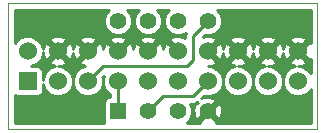
<source format=gtl>
G04 (created by PCBNEW (2013-07-07 BZR 4022)-stable) date 7/10/2015 1:05:57 PM*
%MOIN*%
G04 Gerber Fmt 3.4, Leading zero omitted, Abs format*
%FSLAX34Y34*%
G01*
G70*
G90*
G04 APERTURE LIST*
%ADD10C,0.00590551*%
%ADD11C,0.00393701*%
%ADD12R,0.06X0.06*%
%ADD13C,0.06*%
%ADD14R,0.055X0.055*%
%ADD15C,0.055*%
%ADD16C,0.01*%
G04 APERTURE END LIST*
G54D10*
G54D11*
X84150Y-62950D02*
X84150Y-62900D01*
X84150Y-67100D02*
X84150Y-62950D01*
X73850Y-67100D02*
X84150Y-67100D01*
X73850Y-66950D02*
X73850Y-67100D01*
X73850Y-62900D02*
X73850Y-66950D01*
X84150Y-62900D02*
X73850Y-62900D01*
G54D12*
X74500Y-65500D03*
G54D13*
X74500Y-64500D03*
X75500Y-65500D03*
X75500Y-64500D03*
X76500Y-65500D03*
X76500Y-64500D03*
X77500Y-65500D03*
X77500Y-64500D03*
X78500Y-65500D03*
X78500Y-64500D03*
X79500Y-65500D03*
X79500Y-64500D03*
X80500Y-65500D03*
X80500Y-64500D03*
X81500Y-65500D03*
X81500Y-64500D03*
X82500Y-65500D03*
X82500Y-64500D03*
X83500Y-65500D03*
X83500Y-64500D03*
G54D14*
X77500Y-66500D03*
G54D15*
X78500Y-66500D03*
X79500Y-66500D03*
X80500Y-66500D03*
X80500Y-63500D03*
X79500Y-63500D03*
X78500Y-63500D03*
X77500Y-63500D03*
G54D16*
X76500Y-65500D02*
X77000Y-65000D01*
X80000Y-64000D02*
X80500Y-63500D01*
X80000Y-64800D02*
X80000Y-64000D01*
X79800Y-65000D02*
X80000Y-64800D01*
X77000Y-65000D02*
X79800Y-65000D01*
X80500Y-65500D02*
X80000Y-66000D01*
X79000Y-66000D02*
X78500Y-66500D01*
X80000Y-66000D02*
X79000Y-66000D01*
X77500Y-66500D02*
X77500Y-65500D01*
G54D10*
G36*
X79772Y-63899D02*
X79769Y-63904D01*
X79750Y-64000D01*
X79750Y-64057D01*
X79569Y-63995D01*
X79371Y-64006D01*
X79242Y-64060D01*
X79212Y-64141D01*
X79500Y-64429D01*
X79505Y-64423D01*
X79576Y-64494D01*
X79570Y-64500D01*
X79576Y-64505D01*
X79505Y-64576D01*
X79500Y-64570D01*
X79494Y-64576D01*
X79423Y-64505D01*
X79429Y-64500D01*
X79141Y-64212D01*
X79060Y-64242D01*
X78996Y-64425D01*
X78993Y-64371D01*
X78939Y-64242D01*
X78858Y-64212D01*
X78787Y-64282D01*
X78787Y-64141D01*
X78757Y-64060D01*
X78569Y-63995D01*
X78371Y-64006D01*
X78242Y-64060D01*
X78212Y-64141D01*
X78500Y-64429D01*
X78787Y-64141D01*
X78787Y-64282D01*
X78570Y-64500D01*
X78576Y-64505D01*
X78505Y-64576D01*
X78500Y-64570D01*
X78494Y-64576D01*
X78423Y-64505D01*
X78429Y-64500D01*
X78141Y-64212D01*
X78060Y-64242D01*
X77996Y-64425D01*
X77993Y-64371D01*
X77939Y-64242D01*
X77858Y-64212D01*
X77787Y-64282D01*
X77787Y-64141D01*
X77757Y-64060D01*
X77569Y-63995D01*
X77371Y-64006D01*
X77242Y-64060D01*
X77212Y-64141D01*
X77500Y-64429D01*
X77787Y-64141D01*
X77787Y-64282D01*
X77570Y-64500D01*
X77576Y-64505D01*
X77505Y-64576D01*
X77500Y-64570D01*
X77494Y-64576D01*
X77423Y-64505D01*
X77429Y-64500D01*
X77141Y-64212D01*
X77060Y-64242D01*
X76996Y-64425D01*
X76993Y-64371D01*
X76939Y-64242D01*
X76858Y-64212D01*
X76787Y-64282D01*
X76787Y-64141D01*
X76757Y-64060D01*
X76569Y-63995D01*
X76371Y-64006D01*
X76242Y-64060D01*
X76212Y-64141D01*
X76500Y-64429D01*
X76787Y-64141D01*
X76787Y-64282D01*
X76570Y-64500D01*
X76576Y-64505D01*
X76505Y-64576D01*
X76500Y-64570D01*
X76429Y-64641D01*
X76429Y-64500D01*
X76141Y-64212D01*
X76060Y-64242D01*
X75996Y-64425D01*
X75993Y-64371D01*
X75939Y-64242D01*
X75858Y-64212D01*
X75787Y-64282D01*
X75787Y-64141D01*
X75757Y-64060D01*
X75569Y-63995D01*
X75371Y-64006D01*
X75242Y-64060D01*
X75212Y-64141D01*
X75500Y-64429D01*
X75787Y-64141D01*
X75787Y-64282D01*
X75570Y-64500D01*
X75858Y-64787D01*
X75939Y-64757D01*
X76003Y-64574D01*
X76006Y-64628D01*
X76060Y-64757D01*
X76141Y-64787D01*
X76429Y-64500D01*
X76429Y-64641D01*
X76212Y-64858D01*
X76242Y-64939D01*
X76415Y-64999D01*
X76400Y-64999D01*
X76217Y-65075D01*
X76076Y-65216D01*
X76000Y-65400D01*
X75999Y-65599D01*
X76075Y-65782D01*
X76216Y-65923D01*
X76400Y-65999D01*
X76599Y-66000D01*
X76782Y-65924D01*
X76923Y-65783D01*
X76999Y-65599D01*
X77000Y-65400D01*
X76986Y-65367D01*
X77033Y-65320D01*
X77000Y-65400D01*
X76999Y-65599D01*
X77075Y-65782D01*
X77216Y-65923D01*
X77250Y-65937D01*
X77250Y-66024D01*
X77185Y-66024D01*
X77111Y-66055D01*
X77055Y-66111D01*
X77025Y-66185D01*
X77024Y-66264D01*
X77024Y-66814D01*
X77052Y-66880D01*
X74069Y-66880D01*
X74069Y-65952D01*
X74086Y-65969D01*
X74160Y-65999D01*
X74239Y-66000D01*
X74839Y-66000D01*
X74913Y-65969D01*
X74969Y-65913D01*
X74999Y-65839D01*
X75000Y-65760D01*
X75000Y-65599D01*
X75075Y-65782D01*
X75216Y-65923D01*
X75400Y-65999D01*
X75599Y-66000D01*
X75782Y-65924D01*
X75923Y-65783D01*
X75999Y-65599D01*
X76000Y-65400D01*
X75924Y-65217D01*
X75783Y-65076D01*
X75599Y-65000D01*
X75514Y-65000D01*
X75628Y-64993D01*
X75757Y-64939D01*
X75787Y-64858D01*
X75500Y-64570D01*
X75212Y-64858D01*
X75242Y-64939D01*
X75415Y-64999D01*
X75400Y-64999D01*
X75217Y-65075D01*
X75076Y-65216D01*
X75000Y-65400D01*
X75000Y-65460D01*
X75000Y-65160D01*
X74969Y-65086D01*
X74913Y-65030D01*
X74839Y-65000D01*
X74760Y-64999D01*
X74599Y-64999D01*
X74782Y-64924D01*
X74923Y-64783D01*
X74999Y-64599D01*
X74999Y-64514D01*
X75006Y-64628D01*
X75060Y-64757D01*
X75141Y-64787D01*
X75429Y-64500D01*
X75141Y-64212D01*
X75060Y-64242D01*
X75000Y-64415D01*
X75000Y-64400D01*
X74924Y-64217D01*
X74783Y-64076D01*
X74599Y-64000D01*
X74400Y-63999D01*
X74217Y-64075D01*
X74076Y-64216D01*
X74069Y-64232D01*
X74069Y-63119D01*
X77208Y-63119D01*
X77097Y-63230D01*
X77025Y-63405D01*
X77024Y-63594D01*
X77097Y-63768D01*
X77230Y-63902D01*
X77405Y-63974D01*
X77594Y-63975D01*
X77768Y-63902D01*
X77902Y-63769D01*
X77974Y-63594D01*
X77975Y-63405D01*
X77902Y-63231D01*
X77791Y-63119D01*
X78208Y-63119D01*
X78097Y-63230D01*
X78025Y-63405D01*
X78024Y-63594D01*
X78097Y-63768D01*
X78230Y-63902D01*
X78405Y-63974D01*
X78594Y-63975D01*
X78768Y-63902D01*
X78902Y-63769D01*
X78974Y-63594D01*
X78975Y-63405D01*
X78902Y-63231D01*
X78791Y-63119D01*
X79208Y-63119D01*
X79097Y-63230D01*
X79025Y-63405D01*
X79024Y-63594D01*
X79097Y-63768D01*
X79230Y-63902D01*
X79405Y-63974D01*
X79594Y-63975D01*
X79768Y-63902D01*
X79772Y-63899D01*
X79772Y-63899D01*
G37*
G54D16*
X79772Y-63899D02*
X79769Y-63904D01*
X79750Y-64000D01*
X79750Y-64057D01*
X79569Y-63995D01*
X79371Y-64006D01*
X79242Y-64060D01*
X79212Y-64141D01*
X79500Y-64429D01*
X79505Y-64423D01*
X79576Y-64494D01*
X79570Y-64500D01*
X79576Y-64505D01*
X79505Y-64576D01*
X79500Y-64570D01*
X79494Y-64576D01*
X79423Y-64505D01*
X79429Y-64500D01*
X79141Y-64212D01*
X79060Y-64242D01*
X78996Y-64425D01*
X78993Y-64371D01*
X78939Y-64242D01*
X78858Y-64212D01*
X78787Y-64282D01*
X78787Y-64141D01*
X78757Y-64060D01*
X78569Y-63995D01*
X78371Y-64006D01*
X78242Y-64060D01*
X78212Y-64141D01*
X78500Y-64429D01*
X78787Y-64141D01*
X78787Y-64282D01*
X78570Y-64500D01*
X78576Y-64505D01*
X78505Y-64576D01*
X78500Y-64570D01*
X78494Y-64576D01*
X78423Y-64505D01*
X78429Y-64500D01*
X78141Y-64212D01*
X78060Y-64242D01*
X77996Y-64425D01*
X77993Y-64371D01*
X77939Y-64242D01*
X77858Y-64212D01*
X77787Y-64282D01*
X77787Y-64141D01*
X77757Y-64060D01*
X77569Y-63995D01*
X77371Y-64006D01*
X77242Y-64060D01*
X77212Y-64141D01*
X77500Y-64429D01*
X77787Y-64141D01*
X77787Y-64282D01*
X77570Y-64500D01*
X77576Y-64505D01*
X77505Y-64576D01*
X77500Y-64570D01*
X77494Y-64576D01*
X77423Y-64505D01*
X77429Y-64500D01*
X77141Y-64212D01*
X77060Y-64242D01*
X76996Y-64425D01*
X76993Y-64371D01*
X76939Y-64242D01*
X76858Y-64212D01*
X76787Y-64282D01*
X76787Y-64141D01*
X76757Y-64060D01*
X76569Y-63995D01*
X76371Y-64006D01*
X76242Y-64060D01*
X76212Y-64141D01*
X76500Y-64429D01*
X76787Y-64141D01*
X76787Y-64282D01*
X76570Y-64500D01*
X76576Y-64505D01*
X76505Y-64576D01*
X76500Y-64570D01*
X76429Y-64641D01*
X76429Y-64500D01*
X76141Y-64212D01*
X76060Y-64242D01*
X75996Y-64425D01*
X75993Y-64371D01*
X75939Y-64242D01*
X75858Y-64212D01*
X75787Y-64282D01*
X75787Y-64141D01*
X75757Y-64060D01*
X75569Y-63995D01*
X75371Y-64006D01*
X75242Y-64060D01*
X75212Y-64141D01*
X75500Y-64429D01*
X75787Y-64141D01*
X75787Y-64282D01*
X75570Y-64500D01*
X75858Y-64787D01*
X75939Y-64757D01*
X76003Y-64574D01*
X76006Y-64628D01*
X76060Y-64757D01*
X76141Y-64787D01*
X76429Y-64500D01*
X76429Y-64641D01*
X76212Y-64858D01*
X76242Y-64939D01*
X76415Y-64999D01*
X76400Y-64999D01*
X76217Y-65075D01*
X76076Y-65216D01*
X76000Y-65400D01*
X75999Y-65599D01*
X76075Y-65782D01*
X76216Y-65923D01*
X76400Y-65999D01*
X76599Y-66000D01*
X76782Y-65924D01*
X76923Y-65783D01*
X76999Y-65599D01*
X77000Y-65400D01*
X76986Y-65367D01*
X77033Y-65320D01*
X77000Y-65400D01*
X76999Y-65599D01*
X77075Y-65782D01*
X77216Y-65923D01*
X77250Y-65937D01*
X77250Y-66024D01*
X77185Y-66024D01*
X77111Y-66055D01*
X77055Y-66111D01*
X77025Y-66185D01*
X77024Y-66264D01*
X77024Y-66814D01*
X77052Y-66880D01*
X74069Y-66880D01*
X74069Y-65952D01*
X74086Y-65969D01*
X74160Y-65999D01*
X74239Y-66000D01*
X74839Y-66000D01*
X74913Y-65969D01*
X74969Y-65913D01*
X74999Y-65839D01*
X75000Y-65760D01*
X75000Y-65599D01*
X75075Y-65782D01*
X75216Y-65923D01*
X75400Y-65999D01*
X75599Y-66000D01*
X75782Y-65924D01*
X75923Y-65783D01*
X75999Y-65599D01*
X76000Y-65400D01*
X75924Y-65217D01*
X75783Y-65076D01*
X75599Y-65000D01*
X75514Y-65000D01*
X75628Y-64993D01*
X75757Y-64939D01*
X75787Y-64858D01*
X75500Y-64570D01*
X75212Y-64858D01*
X75242Y-64939D01*
X75415Y-64999D01*
X75400Y-64999D01*
X75217Y-65075D01*
X75076Y-65216D01*
X75000Y-65400D01*
X75000Y-65460D01*
X75000Y-65160D01*
X74969Y-65086D01*
X74913Y-65030D01*
X74839Y-65000D01*
X74760Y-64999D01*
X74599Y-64999D01*
X74782Y-64924D01*
X74923Y-64783D01*
X74999Y-64599D01*
X74999Y-64514D01*
X75006Y-64628D01*
X75060Y-64757D01*
X75141Y-64787D01*
X75429Y-64500D01*
X75141Y-64212D01*
X75060Y-64242D01*
X75000Y-64415D01*
X75000Y-64400D01*
X74924Y-64217D01*
X74783Y-64076D01*
X74599Y-64000D01*
X74400Y-63999D01*
X74217Y-64075D01*
X74076Y-64216D01*
X74069Y-64232D01*
X74069Y-63119D01*
X77208Y-63119D01*
X77097Y-63230D01*
X77025Y-63405D01*
X77024Y-63594D01*
X77097Y-63768D01*
X77230Y-63902D01*
X77405Y-63974D01*
X77594Y-63975D01*
X77768Y-63902D01*
X77902Y-63769D01*
X77974Y-63594D01*
X77975Y-63405D01*
X77902Y-63231D01*
X77791Y-63119D01*
X78208Y-63119D01*
X78097Y-63230D01*
X78025Y-63405D01*
X78024Y-63594D01*
X78097Y-63768D01*
X78230Y-63902D01*
X78405Y-63974D01*
X78594Y-63975D01*
X78768Y-63902D01*
X78902Y-63769D01*
X78974Y-63594D01*
X78975Y-63405D01*
X78902Y-63231D01*
X78791Y-63119D01*
X79208Y-63119D01*
X79097Y-63230D01*
X79025Y-63405D01*
X79024Y-63594D01*
X79097Y-63768D01*
X79230Y-63902D01*
X79405Y-63974D01*
X79594Y-63975D01*
X79768Y-63902D01*
X79772Y-63899D01*
G54D10*
G36*
X83930Y-66880D02*
X80980Y-66880D01*
X80980Y-66563D01*
X80967Y-66375D01*
X80919Y-66257D01*
X80840Y-66230D01*
X80570Y-66500D01*
X80840Y-66769D01*
X80919Y-66742D01*
X80980Y-66563D01*
X80980Y-66880D01*
X80756Y-66880D01*
X80769Y-66840D01*
X80500Y-66570D01*
X80429Y-66641D01*
X80230Y-66840D01*
X80243Y-66880D01*
X79791Y-66880D01*
X79902Y-66769D01*
X79974Y-66594D01*
X79975Y-66405D01*
X79910Y-66250D01*
X80000Y-66250D01*
X80095Y-66230D01*
X80134Y-66205D01*
X80159Y-66230D01*
X80080Y-66257D01*
X80019Y-66436D01*
X80032Y-66624D01*
X80080Y-66742D01*
X80159Y-66769D01*
X80429Y-66500D01*
X80423Y-66494D01*
X80494Y-66423D01*
X80500Y-66429D01*
X80769Y-66159D01*
X80742Y-66080D01*
X80563Y-66019D01*
X80375Y-66032D01*
X80283Y-66070D01*
X80367Y-65986D01*
X80400Y-65999D01*
X80599Y-66000D01*
X80782Y-65924D01*
X80923Y-65783D01*
X80999Y-65599D01*
X81000Y-65400D01*
X80924Y-65217D01*
X80783Y-65076D01*
X80599Y-65000D01*
X80514Y-65000D01*
X80628Y-64993D01*
X80757Y-64939D01*
X80787Y-64858D01*
X80500Y-64570D01*
X80494Y-64576D01*
X80423Y-64505D01*
X80429Y-64500D01*
X80423Y-64494D01*
X80494Y-64423D01*
X80500Y-64429D01*
X80787Y-64141D01*
X80757Y-64060D01*
X80569Y-63995D01*
X80371Y-64006D01*
X80329Y-64024D01*
X80386Y-63967D01*
X80405Y-63974D01*
X80594Y-63975D01*
X80768Y-63902D01*
X80902Y-63769D01*
X80974Y-63594D01*
X80975Y-63405D01*
X80902Y-63231D01*
X80791Y-63119D01*
X83930Y-63119D01*
X83930Y-64238D01*
X83858Y-64212D01*
X83787Y-64282D01*
X83787Y-64141D01*
X83757Y-64060D01*
X83569Y-63995D01*
X83371Y-64006D01*
X83242Y-64060D01*
X83212Y-64141D01*
X83500Y-64429D01*
X83787Y-64141D01*
X83787Y-64282D01*
X83570Y-64500D01*
X83858Y-64787D01*
X83930Y-64761D01*
X83930Y-65232D01*
X83924Y-65217D01*
X83783Y-65076D01*
X83599Y-65000D01*
X83514Y-65000D01*
X83628Y-64993D01*
X83757Y-64939D01*
X83787Y-64858D01*
X83500Y-64570D01*
X83429Y-64641D01*
X83429Y-64500D01*
X83141Y-64212D01*
X83060Y-64242D01*
X82996Y-64425D01*
X82993Y-64371D01*
X82939Y-64242D01*
X82858Y-64212D01*
X82787Y-64282D01*
X82787Y-64141D01*
X82757Y-64060D01*
X82569Y-63995D01*
X82371Y-64006D01*
X82242Y-64060D01*
X82212Y-64141D01*
X82500Y-64429D01*
X82787Y-64141D01*
X82787Y-64282D01*
X82570Y-64500D01*
X82858Y-64787D01*
X82939Y-64757D01*
X83003Y-64574D01*
X83006Y-64628D01*
X83060Y-64757D01*
X83141Y-64787D01*
X83429Y-64500D01*
X83429Y-64641D01*
X83212Y-64858D01*
X83242Y-64939D01*
X83415Y-64999D01*
X83400Y-64999D01*
X83217Y-65075D01*
X83076Y-65216D01*
X83000Y-65400D01*
X83000Y-65401D01*
X83000Y-65400D01*
X82924Y-65217D01*
X82783Y-65076D01*
X82599Y-65000D01*
X82514Y-65000D01*
X82628Y-64993D01*
X82757Y-64939D01*
X82787Y-64858D01*
X82500Y-64570D01*
X82429Y-64641D01*
X82429Y-64500D01*
X82141Y-64212D01*
X82060Y-64242D01*
X81996Y-64425D01*
X81993Y-64371D01*
X81939Y-64242D01*
X81858Y-64212D01*
X81787Y-64282D01*
X81787Y-64141D01*
X81757Y-64060D01*
X81569Y-63995D01*
X81371Y-64006D01*
X81242Y-64060D01*
X81212Y-64141D01*
X81500Y-64429D01*
X81787Y-64141D01*
X81787Y-64282D01*
X81570Y-64500D01*
X81858Y-64787D01*
X81939Y-64757D01*
X82003Y-64574D01*
X82006Y-64628D01*
X82060Y-64757D01*
X82141Y-64787D01*
X82429Y-64500D01*
X82429Y-64641D01*
X82212Y-64858D01*
X82242Y-64939D01*
X82415Y-64999D01*
X82400Y-64999D01*
X82217Y-65075D01*
X82076Y-65216D01*
X82000Y-65400D01*
X82000Y-65401D01*
X82000Y-65400D01*
X81924Y-65217D01*
X81783Y-65076D01*
X81599Y-65000D01*
X81514Y-65000D01*
X81628Y-64993D01*
X81757Y-64939D01*
X81787Y-64858D01*
X81500Y-64570D01*
X81429Y-64641D01*
X81429Y-64500D01*
X81141Y-64212D01*
X81060Y-64242D01*
X80996Y-64425D01*
X80993Y-64371D01*
X80939Y-64242D01*
X80858Y-64212D01*
X80570Y-64500D01*
X80858Y-64787D01*
X80939Y-64757D01*
X81003Y-64574D01*
X81006Y-64628D01*
X81060Y-64757D01*
X81141Y-64787D01*
X81429Y-64500D01*
X81429Y-64641D01*
X81212Y-64858D01*
X81242Y-64939D01*
X81415Y-64999D01*
X81400Y-64999D01*
X81217Y-65075D01*
X81076Y-65216D01*
X81000Y-65400D01*
X80999Y-65599D01*
X81075Y-65782D01*
X81216Y-65923D01*
X81400Y-65999D01*
X81599Y-66000D01*
X81782Y-65924D01*
X81923Y-65783D01*
X81999Y-65599D01*
X82000Y-65400D01*
X82000Y-65401D01*
X81999Y-65599D01*
X82075Y-65782D01*
X82216Y-65923D01*
X82400Y-65999D01*
X82599Y-66000D01*
X82782Y-65924D01*
X82923Y-65783D01*
X82999Y-65599D01*
X83000Y-65400D01*
X83000Y-65401D01*
X82999Y-65599D01*
X83075Y-65782D01*
X83216Y-65923D01*
X83400Y-65999D01*
X83599Y-66000D01*
X83782Y-65924D01*
X83923Y-65783D01*
X83930Y-65767D01*
X83930Y-66880D01*
X83930Y-66880D01*
G37*
G54D16*
X83930Y-66880D02*
X80980Y-66880D01*
X80980Y-66563D01*
X80967Y-66375D01*
X80919Y-66257D01*
X80840Y-66230D01*
X80570Y-66500D01*
X80840Y-66769D01*
X80919Y-66742D01*
X80980Y-66563D01*
X80980Y-66880D01*
X80756Y-66880D01*
X80769Y-66840D01*
X80500Y-66570D01*
X80429Y-66641D01*
X80230Y-66840D01*
X80243Y-66880D01*
X79791Y-66880D01*
X79902Y-66769D01*
X79974Y-66594D01*
X79975Y-66405D01*
X79910Y-66250D01*
X80000Y-66250D01*
X80095Y-66230D01*
X80134Y-66205D01*
X80159Y-66230D01*
X80080Y-66257D01*
X80019Y-66436D01*
X80032Y-66624D01*
X80080Y-66742D01*
X80159Y-66769D01*
X80429Y-66500D01*
X80423Y-66494D01*
X80494Y-66423D01*
X80500Y-66429D01*
X80769Y-66159D01*
X80742Y-66080D01*
X80563Y-66019D01*
X80375Y-66032D01*
X80283Y-66070D01*
X80367Y-65986D01*
X80400Y-65999D01*
X80599Y-66000D01*
X80782Y-65924D01*
X80923Y-65783D01*
X80999Y-65599D01*
X81000Y-65400D01*
X80924Y-65217D01*
X80783Y-65076D01*
X80599Y-65000D01*
X80514Y-65000D01*
X80628Y-64993D01*
X80757Y-64939D01*
X80787Y-64858D01*
X80500Y-64570D01*
X80494Y-64576D01*
X80423Y-64505D01*
X80429Y-64500D01*
X80423Y-64494D01*
X80494Y-64423D01*
X80500Y-64429D01*
X80787Y-64141D01*
X80757Y-64060D01*
X80569Y-63995D01*
X80371Y-64006D01*
X80329Y-64024D01*
X80386Y-63967D01*
X80405Y-63974D01*
X80594Y-63975D01*
X80768Y-63902D01*
X80902Y-63769D01*
X80974Y-63594D01*
X80975Y-63405D01*
X80902Y-63231D01*
X80791Y-63119D01*
X83930Y-63119D01*
X83930Y-64238D01*
X83858Y-64212D01*
X83787Y-64282D01*
X83787Y-64141D01*
X83757Y-64060D01*
X83569Y-63995D01*
X83371Y-64006D01*
X83242Y-64060D01*
X83212Y-64141D01*
X83500Y-64429D01*
X83787Y-64141D01*
X83787Y-64282D01*
X83570Y-64500D01*
X83858Y-64787D01*
X83930Y-64761D01*
X83930Y-65232D01*
X83924Y-65217D01*
X83783Y-65076D01*
X83599Y-65000D01*
X83514Y-65000D01*
X83628Y-64993D01*
X83757Y-64939D01*
X83787Y-64858D01*
X83500Y-64570D01*
X83429Y-64641D01*
X83429Y-64500D01*
X83141Y-64212D01*
X83060Y-64242D01*
X82996Y-64425D01*
X82993Y-64371D01*
X82939Y-64242D01*
X82858Y-64212D01*
X82787Y-64282D01*
X82787Y-64141D01*
X82757Y-64060D01*
X82569Y-63995D01*
X82371Y-64006D01*
X82242Y-64060D01*
X82212Y-64141D01*
X82500Y-64429D01*
X82787Y-64141D01*
X82787Y-64282D01*
X82570Y-64500D01*
X82858Y-64787D01*
X82939Y-64757D01*
X83003Y-64574D01*
X83006Y-64628D01*
X83060Y-64757D01*
X83141Y-64787D01*
X83429Y-64500D01*
X83429Y-64641D01*
X83212Y-64858D01*
X83242Y-64939D01*
X83415Y-64999D01*
X83400Y-64999D01*
X83217Y-65075D01*
X83076Y-65216D01*
X83000Y-65400D01*
X83000Y-65401D01*
X83000Y-65400D01*
X82924Y-65217D01*
X82783Y-65076D01*
X82599Y-65000D01*
X82514Y-65000D01*
X82628Y-64993D01*
X82757Y-64939D01*
X82787Y-64858D01*
X82500Y-64570D01*
X82429Y-64641D01*
X82429Y-64500D01*
X82141Y-64212D01*
X82060Y-64242D01*
X81996Y-64425D01*
X81993Y-64371D01*
X81939Y-64242D01*
X81858Y-64212D01*
X81787Y-64282D01*
X81787Y-64141D01*
X81757Y-64060D01*
X81569Y-63995D01*
X81371Y-64006D01*
X81242Y-64060D01*
X81212Y-64141D01*
X81500Y-64429D01*
X81787Y-64141D01*
X81787Y-64282D01*
X81570Y-64500D01*
X81858Y-64787D01*
X81939Y-64757D01*
X82003Y-64574D01*
X82006Y-64628D01*
X82060Y-64757D01*
X82141Y-64787D01*
X82429Y-64500D01*
X82429Y-64641D01*
X82212Y-64858D01*
X82242Y-64939D01*
X82415Y-64999D01*
X82400Y-64999D01*
X82217Y-65075D01*
X82076Y-65216D01*
X82000Y-65400D01*
X82000Y-65401D01*
X82000Y-65400D01*
X81924Y-65217D01*
X81783Y-65076D01*
X81599Y-65000D01*
X81514Y-65000D01*
X81628Y-64993D01*
X81757Y-64939D01*
X81787Y-64858D01*
X81500Y-64570D01*
X81429Y-64641D01*
X81429Y-64500D01*
X81141Y-64212D01*
X81060Y-64242D01*
X80996Y-64425D01*
X80993Y-64371D01*
X80939Y-64242D01*
X80858Y-64212D01*
X80570Y-64500D01*
X80858Y-64787D01*
X80939Y-64757D01*
X81003Y-64574D01*
X81006Y-64628D01*
X81060Y-64757D01*
X81141Y-64787D01*
X81429Y-64500D01*
X81429Y-64641D01*
X81212Y-64858D01*
X81242Y-64939D01*
X81415Y-64999D01*
X81400Y-64999D01*
X81217Y-65075D01*
X81076Y-65216D01*
X81000Y-65400D01*
X80999Y-65599D01*
X81075Y-65782D01*
X81216Y-65923D01*
X81400Y-65999D01*
X81599Y-66000D01*
X81782Y-65924D01*
X81923Y-65783D01*
X81999Y-65599D01*
X82000Y-65400D01*
X82000Y-65401D01*
X81999Y-65599D01*
X82075Y-65782D01*
X82216Y-65923D01*
X82400Y-65999D01*
X82599Y-66000D01*
X82782Y-65924D01*
X82923Y-65783D01*
X82999Y-65599D01*
X83000Y-65400D01*
X83000Y-65401D01*
X82999Y-65599D01*
X83075Y-65782D01*
X83216Y-65923D01*
X83400Y-65999D01*
X83599Y-66000D01*
X83782Y-65924D01*
X83923Y-65783D01*
X83930Y-65767D01*
X83930Y-66880D01*
M02*

</source>
